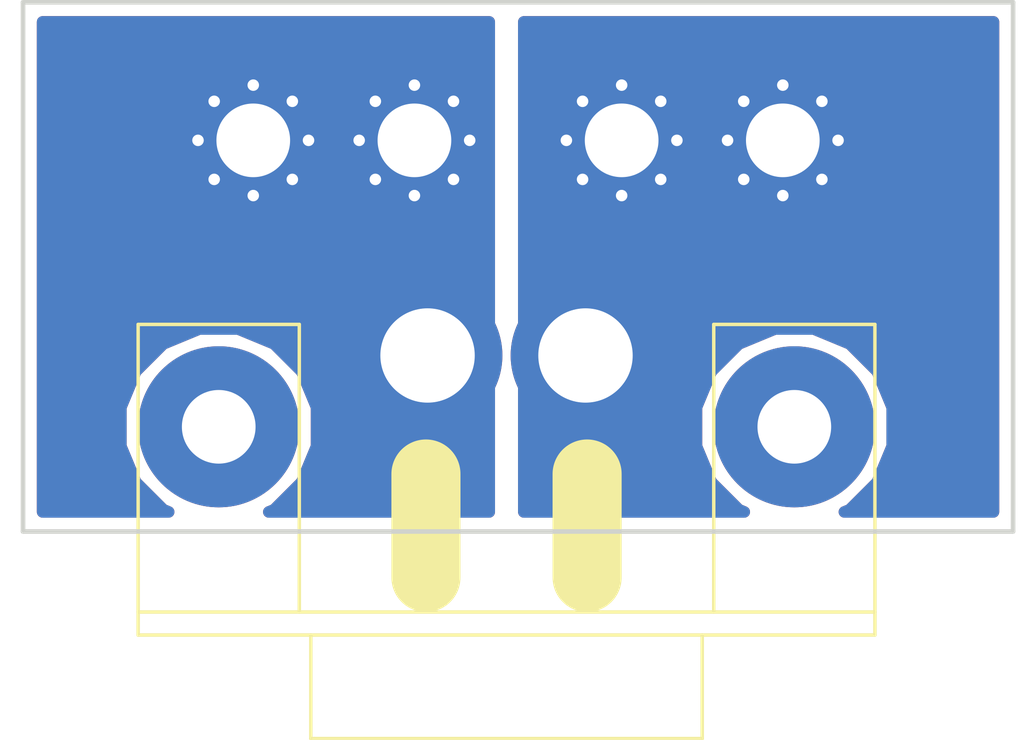
<source format=kicad_pcb>
(kicad_pcb (version 20171130) (host pcbnew 5.0.0-4.fc29)

  (general
    (thickness 1.6)
    (drawings 4)
    (tracks 0)
    (zones 0)
    (modules 5)
    (nets 3)
  )

  (page A4)
  (layers
    (0 F.Cu signal)
    (31 B.Cu signal)
    (32 B.Adhes user)
    (33 F.Adhes user)
    (34 B.Paste user)
    (35 F.Paste user)
    (36 B.SilkS user)
    (37 F.SilkS user)
    (38 B.Mask user)
    (39 F.Mask user)
    (40 Dwgs.User user)
    (41 Cmts.User user)
    (42 Eco1.User user)
    (43 Eco2.User user)
    (44 Edge.Cuts user)
    (45 Margin user)
    (46 B.CrtYd user)
    (47 F.CrtYd user)
    (48 B.Fab user)
    (49 F.Fab user)
  )

  (setup
    (last_trace_width 0.25)
    (trace_clearance 0.2)
    (zone_clearance 0.5)
    (zone_45_only no)
    (trace_min 0.2)
    (segment_width 0.2)
    (edge_width 0.15)
    (via_size 0.8)
    (via_drill 0.4)
    (via_min_size 0.4)
    (via_min_drill 0.3)
    (uvia_size 0.3)
    (uvia_drill 0.1)
    (uvias_allowed no)
    (uvia_min_size 0.2)
    (uvia_min_drill 0.1)
    (pcb_text_width 0.3)
    (pcb_text_size 1.5 1.5)
    (mod_edge_width 0.15)
    (mod_text_size 1 1)
    (mod_text_width 0.15)
    (pad_size 1.524 1.524)
    (pad_drill 0.762)
    (pad_to_mask_clearance 0)
    (aux_axis_origin 0 0)
    (visible_elements FFFFFF7F)
    (pcbplotparams
      (layerselection 0x010fc_ffffffff)
      (usegerberextensions false)
      (usegerberattributes false)
      (usegerberadvancedattributes false)
      (creategerberjobfile false)
      (excludeedgelayer true)
      (linewidth 0.100000)
      (plotframeref false)
      (viasonmask false)
      (mode 1)
      (useauxorigin false)
      (hpglpennumber 1)
      (hpglpenspeed 20)
      (hpglpendiameter 15.000000)
      (psnegative false)
      (psa4output false)
      (plotreference true)
      (plotvalue true)
      (plotinvisibletext false)
      (padsonsilk false)
      (subtractmaskfromsilk false)
      (outputformat 1)
      (mirror false)
      (drillshape 1)
      (scaleselection 1)
      (outputdirectory ""))
  )

  (net 0 "")
  (net 1 /MINUS)
  (net 2 /PLUS)

  (net_class Default "Dies ist die voreingestellte Netzklasse."
    (clearance 0.2)
    (trace_width 0.25)
    (via_dia 0.8)
    (via_drill 0.4)
    (uvia_dia 0.3)
    (uvia_drill 0.1)
    (add_net /MINUS)
    (add_net /PLUS)
  )

  (module batterie-connector:D-Sub-Combo_2W2C (layer F.Cu) (tedit 5C40CDBB) (tstamp 5C5940F1)
    (at 141 87)
    (path /5C40C287)
    (fp_text reference J101 (at 12.5 -2.5) (layer F.SilkS) hide
      (effects (font (size 1 1) (thickness 0.15)))
    )
    (fp_text value 2W2C (at 0 -16) (layer F.Fab)
      (effects (font (size 1 1) (thickness 0.15)))
    )
    (fp_line (start -9 -13) (end -16 -13) (layer F.SilkS) (width 0.15))
    (fp_line (start -9 -13) (end -9 -0.5) (layer F.SilkS) (width 0.15))
    (fp_line (start -16 -13) (end -16 -0.5) (layer F.SilkS) (width 0.15))
    (fp_line (start 9 -13) (end 9 -0.5) (layer F.SilkS) (width 0.15))
    (fp_line (start 16 -13) (end 9 -13) (layer F.SilkS) (width 0.15))
    (fp_line (start 16 -0.5) (end 16 -13) (layer F.SilkS) (width 0.15))
    (fp_line (start -3.5 -6.5) (end -3.5 -2) (layer F.SilkS) (width 3))
    (fp_line (start 3.5 -6.5) (end 3.5 -2) (layer F.SilkS) (width 3))
    (fp_line (start 8.5 5) (end 8.5 0.5) (layer F.SilkS) (width 0.15))
    (fp_line (start -8.5 5) (end 8.5 5) (layer F.SilkS) (width 0.15))
    (fp_line (start -8.5 0.5) (end -8.5 5) (layer F.SilkS) (width 0.15))
    (fp_line (start -16 -0.5) (end -16 0.5) (layer F.SilkS) (width 0.15))
    (fp_line (start 16 -0.5) (end 16 0.5) (layer F.SilkS) (width 0.15))
    (fp_line (start -16 0.5) (end 16 0.5) (layer F.SilkS) (width 0.15))
    (fp_line (start -16 -0.5) (end 16 -0.5) (layer F.SilkS) (width 0.15))
    (pad ~ thru_hole circle (at -12.5 -8.55 90) (size 7 7) (drill 3.2) (layers *.Cu *.Mask))
    (pad ~ thru_hole circle (at 12.5 -8.55) (size 7 7) (drill 3.2) (layers *.Cu *.Mask))
    (pad 2 thru_hole circle (at 3.43 -11.65) (size 6.5 6.5) (drill 4.1) (layers *.Cu *.Mask)
      (net 1 /MINUS))
    (pad 1 thru_hole circle (at -3.43 -11.65) (size 6.5 6.5) (drill 4.1) (layers *.Cu *.Mask)
      (net 2 /PLUS))
  )

  (module MountingHole:MountingHole_3.2mm_M3_Pad_Via (layer F.Cu) (tedit 5C40CDB1) (tstamp 5C593FD4)
    (at 137 66)
    (descr "Mounting Hole 3.2mm, M3")
    (tags "mounting hole 3.2mm m3")
    (path /5C40C3DD)
    (attr virtual)
    (fp_text reference J102 (at 0 -4.2) (layer F.SilkS) hide
      (effects (font (size 1 1) (thickness 0.15)))
    )
    (fp_text value + (at 0 4.2) (layer F.Fab)
      (effects (font (size 1 1) (thickness 0.15)))
    )
    (fp_text user %R (at 0.3 0) (layer F.Fab)
      (effects (font (size 1 1) (thickness 0.15)))
    )
    (fp_circle (center 0 0) (end 3.2 0) (layer Cmts.User) (width 0.15))
    (fp_circle (center 0 0) (end 3.45 0) (layer F.CrtYd) (width 0.05))
    (pad 1 thru_hole circle (at 0 0) (size 6.4 6.4) (drill 3.2) (layers *.Cu *.Mask)
      (net 2 /PLUS))
    (pad 1 thru_hole circle (at 2.4 0) (size 0.8 0.8) (drill 0.5) (layers *.Cu *.Mask)
      (net 2 /PLUS))
    (pad 1 thru_hole circle (at 1.697056 1.697056) (size 0.8 0.8) (drill 0.5) (layers *.Cu *.Mask)
      (net 2 /PLUS))
    (pad 1 thru_hole circle (at 0 2.4) (size 0.8 0.8) (drill 0.5) (layers *.Cu *.Mask)
      (net 2 /PLUS))
    (pad 1 thru_hole circle (at -1.697056 1.697056) (size 0.8 0.8) (drill 0.5) (layers *.Cu *.Mask)
      (net 2 /PLUS))
    (pad 1 thru_hole circle (at -2.4 0) (size 0.8 0.8) (drill 0.5) (layers *.Cu *.Mask)
      (net 2 /PLUS))
    (pad 1 thru_hole circle (at -1.697056 -1.697056) (size 0.8 0.8) (drill 0.5) (layers *.Cu *.Mask)
      (net 2 /PLUS))
    (pad 1 thru_hole circle (at 0 -2.4) (size 0.8 0.8) (drill 0.5) (layers *.Cu *.Mask)
      (net 2 /PLUS))
    (pad 1 thru_hole circle (at 1.697056 -1.697056) (size 0.8 0.8) (drill 0.5) (layers *.Cu *.Mask)
      (net 2 /PLUS))
  )

  (module MountingHole:MountingHole_3.2mm_M3_Pad_Via (layer F.Cu) (tedit 5C40CDB6) (tstamp 5C593FE4)
    (at 146 66)
    (descr "Mounting Hole 3.2mm, M3")
    (tags "mounting hole 3.2mm m3")
    (path /5C40C4BA)
    (attr virtual)
    (fp_text reference J103 (at 0 -4.2) (layer F.SilkS) hide
      (effects (font (size 1 1) (thickness 0.15)))
    )
    (fp_text value - (at 0 4.2) (layer F.Fab)
      (effects (font (size 1 1) (thickness 0.15)))
    )
    (fp_text user %R (at 0.3 0) (layer F.Fab)
      (effects (font (size 1 1) (thickness 0.15)))
    )
    (fp_circle (center 0 0) (end 3.2 0) (layer Cmts.User) (width 0.15))
    (fp_circle (center 0 0) (end 3.45 0) (layer F.CrtYd) (width 0.05))
    (pad 1 thru_hole circle (at 0 0) (size 6.4 6.4) (drill 3.2) (layers *.Cu *.Mask)
      (net 1 /MINUS))
    (pad 1 thru_hole circle (at 2.4 0) (size 0.8 0.8) (drill 0.5) (layers *.Cu *.Mask)
      (net 1 /MINUS))
    (pad 1 thru_hole circle (at 1.697056 1.697056) (size 0.8 0.8) (drill 0.5) (layers *.Cu *.Mask)
      (net 1 /MINUS))
    (pad 1 thru_hole circle (at 0 2.4) (size 0.8 0.8) (drill 0.5) (layers *.Cu *.Mask)
      (net 1 /MINUS))
    (pad 1 thru_hole circle (at -1.697056 1.697056) (size 0.8 0.8) (drill 0.5) (layers *.Cu *.Mask)
      (net 1 /MINUS))
    (pad 1 thru_hole circle (at -2.4 0) (size 0.8 0.8) (drill 0.5) (layers *.Cu *.Mask)
      (net 1 /MINUS))
    (pad 1 thru_hole circle (at -1.697056 -1.697056) (size 0.8 0.8) (drill 0.5) (layers *.Cu *.Mask)
      (net 1 /MINUS))
    (pad 1 thru_hole circle (at 0 -2.4) (size 0.8 0.8) (drill 0.5) (layers *.Cu *.Mask)
      (net 1 /MINUS))
    (pad 1 thru_hole circle (at 1.697056 -1.697056) (size 0.8 0.8) (drill 0.5) (layers *.Cu *.Mask)
      (net 1 /MINUS))
  )

  (module MountingHole:MountingHole_3.2mm_M3_Pad_Via (layer F.Cu) (tedit 5C40CDB4) (tstamp 5C593FF4)
    (at 130 66)
    (descr "Mounting Hole 3.2mm, M3")
    (tags "mounting hole 3.2mm m3")
    (path /5C40C498)
    (attr virtual)
    (fp_text reference J104 (at 0 -4.2) (layer F.SilkS) hide
      (effects (font (size 1 1) (thickness 0.15)))
    )
    (fp_text value + (at 0 4.2) (layer F.Fab)
      (effects (font (size 1 1) (thickness 0.15)))
    )
    (fp_circle (center 0 0) (end 3.45 0) (layer F.CrtYd) (width 0.05))
    (fp_circle (center 0 0) (end 3.2 0) (layer Cmts.User) (width 0.15))
    (fp_text user %R (at 0.3 0) (layer F.Fab)
      (effects (font (size 1 1) (thickness 0.15)))
    )
    (pad 1 thru_hole circle (at 1.697056 -1.697056) (size 0.8 0.8) (drill 0.5) (layers *.Cu *.Mask)
      (net 2 /PLUS))
    (pad 1 thru_hole circle (at 0 -2.4) (size 0.8 0.8) (drill 0.5) (layers *.Cu *.Mask)
      (net 2 /PLUS))
    (pad 1 thru_hole circle (at -1.697056 -1.697056) (size 0.8 0.8) (drill 0.5) (layers *.Cu *.Mask)
      (net 2 /PLUS))
    (pad 1 thru_hole circle (at -2.4 0) (size 0.8 0.8) (drill 0.5) (layers *.Cu *.Mask)
      (net 2 /PLUS))
    (pad 1 thru_hole circle (at -1.697056 1.697056) (size 0.8 0.8) (drill 0.5) (layers *.Cu *.Mask)
      (net 2 /PLUS))
    (pad 1 thru_hole circle (at 0 2.4) (size 0.8 0.8) (drill 0.5) (layers *.Cu *.Mask)
      (net 2 /PLUS))
    (pad 1 thru_hole circle (at 1.697056 1.697056) (size 0.8 0.8) (drill 0.5) (layers *.Cu *.Mask)
      (net 2 /PLUS))
    (pad 1 thru_hole circle (at 2.4 0) (size 0.8 0.8) (drill 0.5) (layers *.Cu *.Mask)
      (net 2 /PLUS))
    (pad 1 thru_hole circle (at 0 0) (size 6.4 6.4) (drill 3.2) (layers *.Cu *.Mask)
      (net 2 /PLUS))
  )

  (module MountingHole:MountingHole_3.2mm_M3_Pad_Via (layer F.Cu) (tedit 5C40CDB9) (tstamp 5C594004)
    (at 153 66)
    (descr "Mounting Hole 3.2mm, M3")
    (tags "mounting hole 3.2mm m3")
    (path /5C40C54A)
    (attr virtual)
    (fp_text reference J105 (at 0 -4.2) (layer F.SilkS) hide
      (effects (font (size 1 1) (thickness 0.15)))
    )
    (fp_text value - (at 0 4.2) (layer F.Fab)
      (effects (font (size 1 1) (thickness 0.15)))
    )
    (fp_circle (center 0 0) (end 3.45 0) (layer F.CrtYd) (width 0.05))
    (fp_circle (center 0 0) (end 3.2 0) (layer Cmts.User) (width 0.15))
    (fp_text user %R (at 0.3 0) (layer F.Fab)
      (effects (font (size 1 1) (thickness 0.15)))
    )
    (pad 1 thru_hole circle (at 1.697056 -1.697056) (size 0.8 0.8) (drill 0.5) (layers *.Cu *.Mask)
      (net 1 /MINUS))
    (pad 1 thru_hole circle (at 0 -2.4) (size 0.8 0.8) (drill 0.5) (layers *.Cu *.Mask)
      (net 1 /MINUS))
    (pad 1 thru_hole circle (at -1.697056 -1.697056) (size 0.8 0.8) (drill 0.5) (layers *.Cu *.Mask)
      (net 1 /MINUS))
    (pad 1 thru_hole circle (at -2.4 0) (size 0.8 0.8) (drill 0.5) (layers *.Cu *.Mask)
      (net 1 /MINUS))
    (pad 1 thru_hole circle (at -1.697056 1.697056) (size 0.8 0.8) (drill 0.5) (layers *.Cu *.Mask)
      (net 1 /MINUS))
    (pad 1 thru_hole circle (at 0 2.4) (size 0.8 0.8) (drill 0.5) (layers *.Cu *.Mask)
      (net 1 /MINUS))
    (pad 1 thru_hole circle (at 1.697056 1.697056) (size 0.8 0.8) (drill 0.5) (layers *.Cu *.Mask)
      (net 1 /MINUS))
    (pad 1 thru_hole circle (at 2.4 0) (size 0.8 0.8) (drill 0.5) (layers *.Cu *.Mask)
      (net 1 /MINUS))
    (pad 1 thru_hole circle (at 0 0) (size 6.4 6.4) (drill 3.2) (layers *.Cu *.Mask)
      (net 1 /MINUS))
  )

  (gr_line (start 163 60) (end 120 60) (layer Edge.Cuts) (width 0.2))
  (gr_line (start 163 83) (end 163 60) (layer Edge.Cuts) (width 0.2))
  (gr_line (start 120 83) (end 163 83) (layer Edge.Cuts) (width 0.2))
  (gr_line (start 120 60) (end 120 83) (layer Edge.Cuts) (width 0.2))

  (zone (net 1) (net_name /MINUS) (layer F.Cu) (tstamp 0) (hatch edge 0.508)
    (priority 1)
    (connect_pads yes (clearance 0.5))
    (min_thickness 0.5)
    (fill yes (arc_segments 16) (thermal_gap 0.508) (thermal_bridge_width 0.508))
    (polygon
      (pts
        (xy 141.5 60) (xy 141.5 83) (xy 163.5 83) (xy 163.5 60)
      )
    )
    (filled_polygon
      (pts
        (xy 162.15 82.15) (xy 155.673194 82.15) (xy 155.907431 82.052976) (xy 157.102976 80.857431) (xy 157.75 79.295377)
        (xy 157.75 77.604623) (xy 157.102976 76.042569) (xy 155.907431 74.847024) (xy 154.345377 74.2) (xy 152.654623 74.2)
        (xy 151.092569 74.847024) (xy 149.897024 76.042569) (xy 149.25 77.604623) (xy 149.25 79.295377) (xy 149.897024 80.857431)
        (xy 151.092569 82.052976) (xy 151.326806 82.15) (xy 141.75 82.15) (xy 141.75 60.85) (xy 162.150001 60.85)
      )
    )
  )
  (zone (net 1) (net_name /MINUS) (layer B.Cu) (tstamp 5C594188) (hatch edge 0.508)
    (priority 1)
    (connect_pads yes (clearance 0.5))
    (min_thickness 0.5)
    (fill yes (arc_segments 16) (thermal_gap 0.508) (thermal_bridge_width 0.508))
    (polygon
      (pts
        (xy 141.5 60) (xy 141.5 83) (xy 163.5 83) (xy 163.5 60)
      )
    )
    (filled_polygon
      (pts
        (xy 162.15 82.15) (xy 155.673194 82.15) (xy 155.907431 82.052976) (xy 157.102976 80.857431) (xy 157.75 79.295377)
        (xy 157.75 77.604623) (xy 157.102976 76.042569) (xy 155.907431 74.847024) (xy 154.345377 74.2) (xy 152.654623 74.2)
        (xy 151.092569 74.847024) (xy 149.897024 76.042569) (xy 149.25 77.604623) (xy 149.25 79.295377) (xy 149.897024 80.857431)
        (xy 151.092569 82.052976) (xy 151.326806 82.15) (xy 141.75 82.15) (xy 141.75 60.85) (xy 162.150001 60.85)
      )
    )
  )
  (zone (net 2) (net_name /PLUS) (layer F.Cu) (tstamp 0) (hatch edge 0.508)
    (priority 1)
    (connect_pads yes (clearance 0.5))
    (min_thickness 0.5)
    (fill yes (arc_segments 16) (thermal_gap 0.508) (thermal_bridge_width 0.508))
    (polygon
      (pts
        (xy 140.5 60) (xy 140.5 83) (xy 119 83) (xy 119 60)
      )
    )
    (filled_polygon
      (pts
        (xy 140.25 82.15) (xy 130.673194 82.15) (xy 130.907431 82.052976) (xy 132.102976 80.857431) (xy 132.75 79.295377)
        (xy 132.75 77.604623) (xy 132.102976 76.042569) (xy 130.907431 74.847024) (xy 129.345377 74.2) (xy 127.654623 74.2)
        (xy 126.092569 74.847024) (xy 124.897024 76.042569) (xy 124.25 77.604623) (xy 124.25 79.295377) (xy 124.897024 80.857431)
        (xy 126.092569 82.052976) (xy 126.326806 82.15) (xy 120.85 82.15) (xy 120.85 60.85) (xy 140.25 60.85)
      )
    )
  )
  (zone (net 2) (net_name /PLUS) (layer B.Cu) (tstamp 5C59418E) (hatch edge 0.508)
    (priority 1)
    (connect_pads yes (clearance 0.5))
    (min_thickness 0.5)
    (fill yes (arc_segments 16) (thermal_gap 0.508) (thermal_bridge_width 0.508))
    (polygon
      (pts
        (xy 140.5 60) (xy 140.5 83) (xy 119 83) (xy 119 60)
      )
    )
    (filled_polygon
      (pts
        (xy 140.25 82.15) (xy 130.673194 82.15) (xy 130.907431 82.052976) (xy 132.102976 80.857431) (xy 132.75 79.295377)
        (xy 132.75 77.604623) (xy 132.102976 76.042569) (xy 130.907431 74.847024) (xy 129.345377 74.2) (xy 127.654623 74.2)
        (xy 126.092569 74.847024) (xy 124.897024 76.042569) (xy 124.25 77.604623) (xy 124.25 79.295377) (xy 124.897024 80.857431)
        (xy 126.092569 82.052976) (xy 126.326806 82.15) (xy 120.85 82.15) (xy 120.85 60.85) (xy 140.25 60.85)
      )
    )
  )
  (zone (net 0) (net_name "") (layer F.Mask) (tstamp 0) (hatch edge 0.508)
    (priority 1)
    (connect_pads yes (clearance 0.5))
    (min_thickness 0.5)
    (fill yes (arc_segments 16) (thermal_gap 0.508) (thermal_bridge_width 0.508))
    (polygon
      (pts
        (xy 146 62.5) (xy 163.5 62.5) (xy 163.5 69.5) (xy 146 69.5)
      )
    )
    (filled_polygon
      (pts
        (xy 163.25 69.25) (xy 146.25 69.25) (xy 146.25 62.75) (xy 163.25 62.75)
      )
    )
  )
  (zone (net 0) (net_name "") (layer F.Mask) (tstamp 5C594800) (hatch edge 0.508)
    (priority 1)
    (connect_pads yes (clearance 0.5))
    (min_thickness 0.5)
    (fill yes (arc_segments 16) (thermal_gap 0.508) (thermal_bridge_width 0.508))
    (polygon
      (pts
        (xy 119 62.5) (xy 137 62.5) (xy 137 69.5) (xy 119 69.5)
      )
    )
    (filled_polygon
      (pts
        (xy 136.75 69.25) (xy 119.25 69.25) (xy 119.25 62.75) (xy 136.75 62.75)
      )
    )
  )
)

</source>
